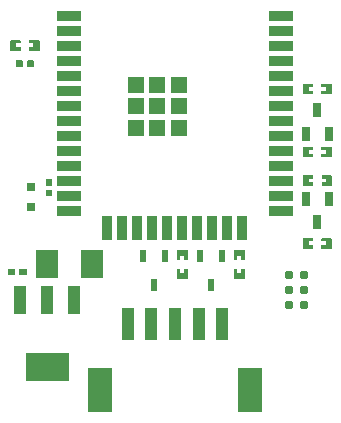
<source format=gtp>
G04 Layer: TopPasteMaskLayer*
G04 EasyEDA v6.5.9, 2022-07-29 16:18:05*
G04 6a4c66b5a8f34d0fa7dc8df532b4a6e8,9fc4434aafee4760887af2be40c81ba0,10*
G04 Gerber Generator version 0.2*
G04 Scale: 100 percent, Rotated: No, Reflected: No *
G04 Dimensions in millimeters *
G04 leading zeros omitted , absolute positions ,4 integer and 5 decimal *
%FSLAX45Y45*%
%MOMM*%

%ADD10R,1.0000X2.7000*%
%ADD11R,2.0000X3.8000*%
%ADD12R,0.7000X1.2500*%
%ADD13C,0.7874*%
%ADD14R,1.9000X2.3760*%
%ADD15R,2.1000X0.9500*%
%ADD16R,0.9500X2.1000*%
%ADD17R,1.3300X1.3300*%
%ADD18R,0.6000X1.0700*%
%ADD19R,0.9800X2.3400*%
%ADD20R,0.8000X0.8000*%

%LPD*%
G36*
X92100Y2084882D02*
G01*
X87122Y2079904D01*
X87122Y2034895D01*
X92100Y2029917D01*
X140106Y2029917D01*
X147116Y2034895D01*
X147116Y2079904D01*
X140106Y2084882D01*
G37*
G36*
X190093Y2084882D02*
G01*
X183083Y2079904D01*
X183083Y2034895D01*
X190093Y2029917D01*
X238099Y2029917D01*
X243078Y2034895D01*
X243078Y2079904D01*
X238099Y2084882D01*
G37*
G36*
X155600Y3850182D02*
G01*
X150622Y3845204D01*
X150622Y3800195D01*
X155600Y3795217D01*
X203606Y3795217D01*
X210616Y3800195D01*
X210616Y3845204D01*
X203606Y3850182D01*
G37*
G36*
X253593Y3850182D02*
G01*
X246583Y3845204D01*
X246583Y3800195D01*
X253593Y3795217D01*
X301599Y3795217D01*
X306578Y3800195D01*
X306578Y3845204D01*
X301599Y3850182D01*
G37*
G36*
X2744622Y3118408D02*
G01*
X2739593Y3113379D01*
X2739593Y3090621D01*
X2776575Y3090621D01*
X2776575Y3057601D01*
X2739593Y3057601D01*
X2739593Y3033420D01*
X2744622Y3028391D01*
X2824581Y3028391D01*
X2829610Y3033420D01*
X2829610Y3113379D01*
X2824581Y3118408D01*
G37*
G36*
X2585618Y3118408D02*
G01*
X2580589Y3113379D01*
X2580589Y3033420D01*
X2585618Y3028391D01*
X2664612Y3028391D01*
X2669590Y3033420D01*
X2669590Y3057601D01*
X2631592Y3057601D01*
X2631592Y3090621D01*
X2669590Y3090621D01*
X2669590Y3113379D01*
X2664612Y3118408D01*
G37*
G36*
X2744622Y3651808D02*
G01*
X2739593Y3646779D01*
X2739593Y3624021D01*
X2776575Y3624021D01*
X2776575Y3591001D01*
X2739593Y3591001D01*
X2739593Y3566820D01*
X2744622Y3561791D01*
X2824581Y3561791D01*
X2829610Y3566820D01*
X2829610Y3646779D01*
X2824581Y3651808D01*
G37*
G36*
X2585618Y3651808D02*
G01*
X2580589Y3646779D01*
X2580589Y3566820D01*
X2585618Y3561791D01*
X2664612Y3561791D01*
X2669590Y3566820D01*
X2669590Y3591001D01*
X2631592Y3591001D01*
X2631592Y3624021D01*
X2669590Y3624021D01*
X2669590Y3646779D01*
X2664612Y3651808D01*
G37*
G36*
X2744622Y2343708D02*
G01*
X2739593Y2338679D01*
X2739593Y2315921D01*
X2776575Y2315921D01*
X2776575Y2282901D01*
X2739593Y2282901D01*
X2739593Y2258720D01*
X2744622Y2253691D01*
X2824581Y2253691D01*
X2829610Y2258720D01*
X2829610Y2338679D01*
X2824581Y2343708D01*
G37*
G36*
X2585618Y2343708D02*
G01*
X2580589Y2338679D01*
X2580589Y2258720D01*
X2585618Y2253691D01*
X2664612Y2253691D01*
X2669590Y2258720D01*
X2669590Y2282901D01*
X2631592Y2282901D01*
X2631592Y2315921D01*
X2669590Y2315921D01*
X2669590Y2338679D01*
X2664612Y2343708D01*
G37*
G36*
X2585618Y2877108D02*
G01*
X2580589Y2872079D01*
X2580589Y2792120D01*
X2585618Y2787091D01*
X2665577Y2787091D01*
X2670606Y2792120D01*
X2670606Y2814878D01*
X2633624Y2814878D01*
X2633624Y2847898D01*
X2670606Y2847898D01*
X2670606Y2872079D01*
X2665577Y2877108D01*
G37*
G36*
X2745587Y2877108D02*
G01*
X2740609Y2872079D01*
X2740609Y2847898D01*
X2778607Y2847898D01*
X2778607Y2814878D01*
X2740609Y2814878D01*
X2740609Y2792120D01*
X2745587Y2787091D01*
X2824581Y2787091D01*
X2829610Y2792120D01*
X2829610Y2872079D01*
X2824581Y2877108D01*
G37*
G36*
X268122Y4020108D02*
G01*
X263093Y4015079D01*
X263093Y3992321D01*
X300126Y3992321D01*
X300126Y3959301D01*
X263093Y3959301D01*
X263093Y3935120D01*
X268122Y3930091D01*
X348081Y3930091D01*
X353110Y3935120D01*
X353110Y4015079D01*
X348081Y4020108D01*
G37*
G36*
X109118Y4020108D02*
G01*
X104089Y4015079D01*
X104089Y3935120D01*
X109118Y3930091D01*
X188112Y3930091D01*
X193090Y3935120D01*
X193090Y3959301D01*
X155092Y3959301D01*
X155092Y3992321D01*
X193090Y3992321D01*
X193090Y4015079D01*
X188112Y4020108D01*
G37*
G36*
X1522120Y2245410D02*
G01*
X1517091Y2240381D01*
X1517091Y2160422D01*
X1522120Y2155393D01*
X1544878Y2155393D01*
X1544878Y2192426D01*
X1577898Y2192426D01*
X1577898Y2155393D01*
X1602079Y2155393D01*
X1607108Y2160422D01*
X1607108Y2240381D01*
X1602079Y2245410D01*
G37*
G36*
X1522120Y2085390D02*
G01*
X1517091Y2080412D01*
X1517091Y2001418D01*
X1522120Y1996389D01*
X1602079Y1996389D01*
X1607108Y2001418D01*
X1607108Y2080412D01*
X1602079Y2085390D01*
X1577898Y2085390D01*
X1577898Y2047392D01*
X1544878Y2047392D01*
X1544878Y2085390D01*
G37*
G36*
X2004720Y2245410D02*
G01*
X1999691Y2240381D01*
X1999691Y2160422D01*
X2004720Y2155393D01*
X2027478Y2155393D01*
X2027478Y2192426D01*
X2060498Y2192426D01*
X2060498Y2155393D01*
X2084679Y2155393D01*
X2089708Y2160422D01*
X2089708Y2240381D01*
X2084679Y2245410D01*
G37*
G36*
X2004720Y2085390D02*
G01*
X1999691Y2080412D01*
X1999691Y2001418D01*
X2004720Y1996389D01*
X2084679Y1996389D01*
X2089708Y2001418D01*
X2089708Y2080412D01*
X2084679Y2085390D01*
X2060498Y2085390D01*
X2060498Y2047392D01*
X2027478Y2047392D01*
X2027478Y2085390D01*
G37*
G36*
X408787Y2755087D02*
G01*
X404774Y2751124D01*
X404774Y2701036D01*
X408787Y2697022D01*
X454812Y2697022D01*
X458825Y2701036D01*
X458825Y2751124D01*
X454812Y2755087D01*
G37*
G36*
X408787Y2840177D02*
G01*
X404774Y2836164D01*
X404774Y2786075D01*
X408787Y2782112D01*
X454812Y2782112D01*
X458825Y2786075D01*
X458825Y2836164D01*
X454812Y2840177D01*
G37*
D10*
G01*
X1099997Y1613496D03*
G01*
X1299997Y1613496D03*
G01*
X1499996Y1613496D03*
G01*
X1699996Y1613496D03*
G01*
X1899996Y1613496D03*
D11*
G01*
X2134997Y1053503D03*
G01*
X864996Y1053503D03*
D12*
G01*
X2800095Y2678099D03*
G01*
X2610104Y2678099D03*
G01*
X2705100Y2478100D03*
G01*
X2610104Y3227400D03*
G01*
X2800095Y3227400D03*
G01*
X2705100Y3427399D03*
D13*
G01*
X2590800Y1778000D03*
G01*
X2463800Y1778000D03*
G01*
X2590800Y1905000D03*
G01*
X2463800Y1905000D03*
G01*
X2590800Y2032000D03*
G01*
X2463800Y2032000D03*
D14*
G01*
X419735Y2120900D03*
G01*
X799464Y2120900D03*
D15*
G01*
X599998Y4227652D03*
G01*
X599998Y4100652D03*
G01*
X599998Y3973652D03*
G01*
X599998Y3846652D03*
G01*
X599998Y3719652D03*
G01*
X599998Y3592652D03*
G01*
X599998Y3465652D03*
G01*
X599998Y3338652D03*
G01*
X599998Y3211652D03*
G01*
X599998Y3084652D03*
G01*
X599998Y2957652D03*
G01*
X599998Y2830652D03*
G01*
X599998Y2703652D03*
G01*
X599998Y2576652D03*
D16*
G01*
X928522Y2427147D03*
G01*
X1055522Y2427147D03*
G01*
X1182522Y2427147D03*
G01*
X1309522Y2427147D03*
G01*
X1436522Y2427147D03*
G01*
X1563522Y2427147D03*
G01*
X1690522Y2427147D03*
G01*
X1817522Y2427147D03*
G01*
X1944497Y2427147D03*
G01*
X2071522Y2427147D03*
D15*
G01*
X2399995Y2576652D03*
G01*
X2399995Y2703652D03*
G01*
X2399995Y2830652D03*
G01*
X2399995Y2957652D03*
G01*
X2399995Y3084652D03*
G01*
X2399995Y3211652D03*
G01*
X2399995Y3338652D03*
G01*
X2399995Y3465652D03*
G01*
X2399995Y3592652D03*
G01*
X2399995Y3719652D03*
G01*
X2399995Y3846652D03*
G01*
X2399995Y3973652D03*
G01*
X2399995Y4100652D03*
G01*
X2399995Y4227652D03*
D17*
G01*
X1350010Y3459251D03*
G01*
X1166520Y3459226D03*
G01*
X1533525Y3459226D03*
G01*
X1533525Y3642740D03*
G01*
X1350010Y3642740D03*
G01*
X1166520Y3642740D03*
G01*
X1166520Y3275736D03*
G01*
X1350010Y3275736D03*
G01*
X1533525Y3275736D03*
D18*
G01*
X1415795Y2193594D03*
G01*
X1225804Y2193594D03*
G01*
X1320800Y1946605D03*
G01*
X1898395Y2193594D03*
G01*
X1708404Y2193594D03*
G01*
X1803400Y1946605D03*
D19*
G01*
X649096Y1823694D03*
G01*
X419100Y1823694D03*
G01*
X189103Y1823694D03*
G36*
X239100Y1366700D02*
G01*
X599099Y1366700D01*
X599099Y1132700D01*
X239100Y1132700D01*
G37*
D20*
G01*
X279400Y2777489D03*
G01*
X279400Y2607310D03*
M02*

</source>
